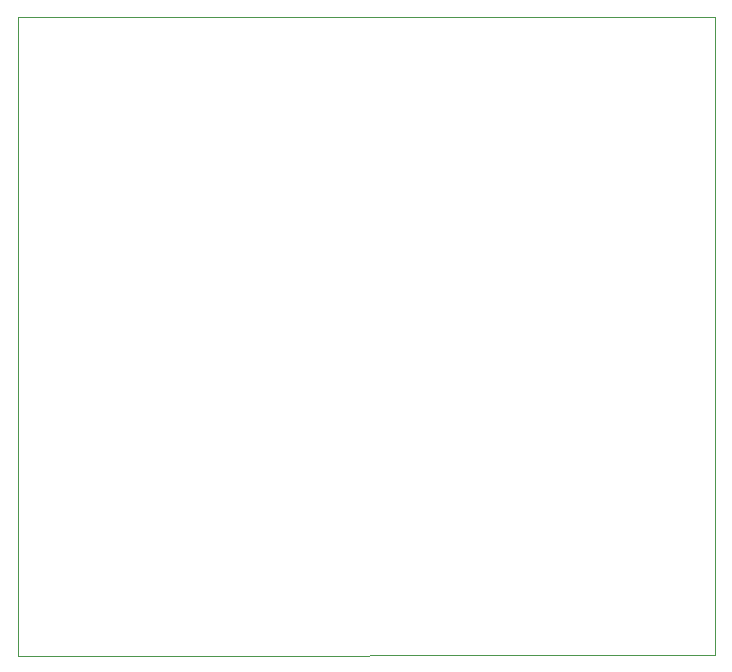
<source format=gbr>
%TF.GenerationSoftware,KiCad,Pcbnew,(5.1.10)-1*%
%TF.CreationDate,2021-07-29T21:44:00-04:00*%
%TF.ProjectId,Test,54657374-2e6b-4696-9361-645f70636258,v01*%
%TF.SameCoordinates,Original*%
%TF.FileFunction,Profile,NP*%
%FSLAX46Y46*%
G04 Gerber Fmt 4.6, Leading zero omitted, Abs format (unit mm)*
G04 Created by KiCad (PCBNEW (5.1.10)-1) date 2021-07-29 21:44:00*
%MOMM*%
%LPD*%
G01*
G04 APERTURE LIST*
%TA.AperFunction,Profile*%
%ADD10C,0.050000*%
%TD*%
G04 APERTURE END LIST*
D10*
X120977660Y-132826760D02*
X179976780Y-132750560D01*
X179997100Y-78709520D02*
X179976780Y-132750560D01*
X120997980Y-78785720D02*
X179997100Y-78709520D01*
X120997980Y-78785720D02*
X120977660Y-132826760D01*
M02*

</source>
